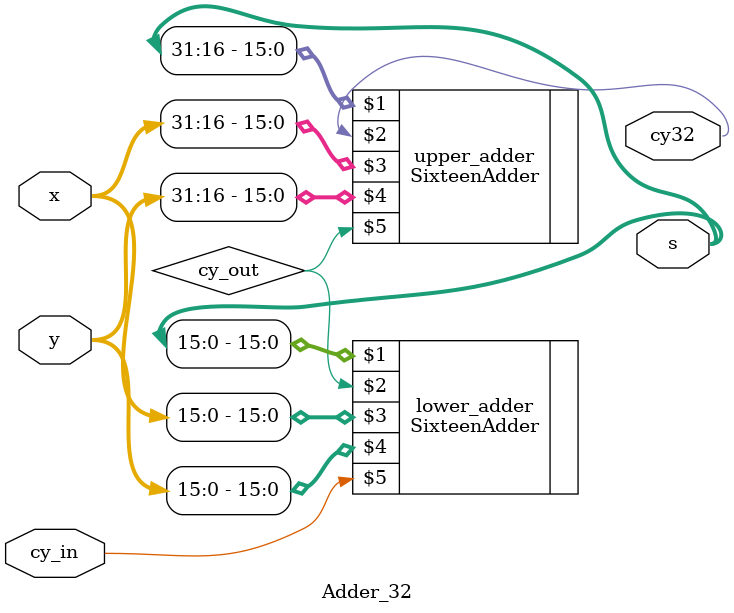
<source format=v>
`timescale 1ns / 1ps


module Adder_32(s, cy32, x, y, cy_in);
    input [31:0] x, y;
    input cy_in;
    output [31:0] s;
    output cy32;
    wire cy_out;
    SixteenAdder lower_adder(s[15:0], cy_out, x[15:0], y[15:0], cy_in);
    SixteenAdder upper_adder(s[31:16], cy32, x[31:16], y[31:16], cy_out);
endmodule

</source>
